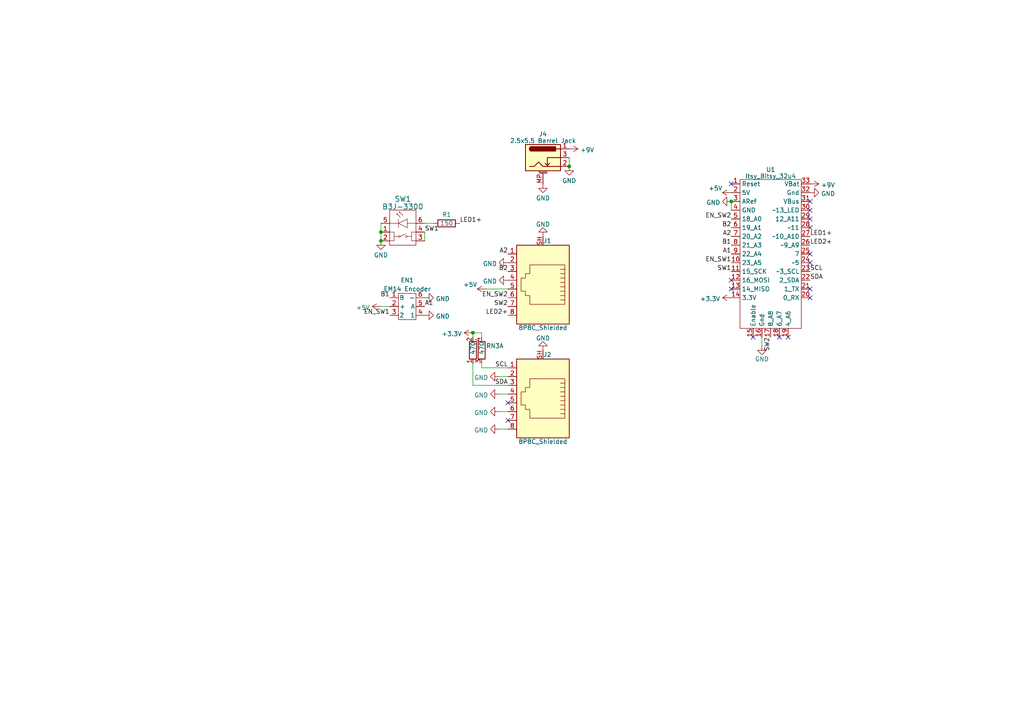
<source format=kicad_sch>
(kicad_sch (version 20230121) (generator eeschema)
  (paper "A4")
  (lib_symbols
    (symbol "Connector:8P8C_Shielded" (pin_names (offset 1.016))
      (property "Reference" "J" (at -5.08 13.97 0))
      (property "Value" "8P8C_Shielded" (at 2.54 13.97 0))
      (symbol "8P8C_Shielded_0_1"
        (polyline (pts (xy -5.08 4.445) (xy -6.35 4.445)))
        (polyline (pts (xy -5.08 5.715) (xy -6.35 5.715)))
        (polyline (pts (xy -6.35 -3.175) (xy -5.08 -3.175) (xy -5.08 -3.175)))
        (polyline (pts (xy -6.35 -1.905) (xy -5.08 -1.905) (xy -5.08 -1.905)))
        (polyline (pts (xy -6.35 -0.635) (xy -5.08 -0.635) (xy -5.08 -0.635)))
        (polyline (pts (xy -6.35 0.635) (xy -5.08 0.635) (xy -5.08 0.635)))
        (polyline (pts (xy -6.35 1.905) (xy -5.08 1.905) (xy -5.08 1.905)))
        (polyline (pts (xy -5.08 3.175) (xy -6.35 3.175) (xy -6.35 3.175)))
        (polyline (pts (xy -6.35 -4.445) (xy -6.35 6.985) (xy 3.81 6.985) (xy 3.81 4.445) (xy 5.08 4.445) (xy 5.08 3.175) (xy 6.35 3.175) (xy 6.35 -0.635) (xy 5.08 -0.635) (xy 5.08 -1.905) (xy 3.81 -1.905) (xy 3.81 -4.445) (xy -6.35 -4.445) (xy -6.35 -4.445)))
        (rectangle (start 7.62 12.7) (end -7.62 -10.16) (stroke (width 0.254)) (fill (type background)))
      )
      (symbol "8P8C_Shielded_1_1"
        (pin passive line (at 10.16 -7.62 180) (length 2.54) (name "~") (number "1"))
        (pin passive line (at 10.16 -5.08 180) (length 2.54) (name "~") (number "2"))
        (pin passive line (at 10.16 -2.54 180) (length 2.54) (name "~") (number "3"))
        (pin passive line (at 10.16 0 180) (length 2.54) (name "~") (number "4"))
        (pin passive line (at 10.16 2.54 180) (length 2.54) (name "~") (number "5"))
        (pin passive line (at 10.16 5.08 180) (length 2.54) (name "~") (number "6"))
        (pin passive line (at 10.16 7.62 180) (length 2.54) (name "~") (number "7"))
        (pin passive line (at 10.16 10.16 180) (length 2.54) (name "~") (number "8"))
        (pin passive line (at 0 -12.7 90) (length 2.54) (name "~") (number "SH"))
      )
    )
    (symbol "Connector:Barrel_Jack_Switch_MountingPin" (pin_names hide)
      (property "Reference" "J" (at 0 5.334 0))
      (property "Value" "Barrel_Jack_Switch_MountingPin" (at 1.27 -6.35 0))
      (symbol "Barrel_Jack_Switch_MountingPin_0_1"
        (rectangle (start -5.08 3.81) (end 5.08 -3.81) (stroke (width 0.254)) (fill (type background)))
        (arc (start -3.302 3.175) (mid -3.9343 2.54) (end -3.302 1.905) (stroke (width 0.254)))
        (arc (start -3.302 3.175) (mid -3.9343 2.54) (end -3.302 1.905) (stroke (width 0.254)) (fill (type outline)))
        (polyline (pts (xy 1.27 -2.286) (xy 1.905 -1.651)) (stroke (width 0.254)))
        (polyline (pts (xy 5.08 2.54) (xy 3.81 2.54)) (stroke (width 0.254)))
        (polyline (pts (xy 5.08 0) (xy 1.27 0) (xy 1.27 -2.286) (xy 0.635 -1.651)) (stroke (width 0.254)))
        (polyline (pts (xy -3.81 -2.54) (xy -2.54 -2.54) (xy -1.27 -1.27) (xy 0 -2.54) (xy 2.54 -2.54) (xy 5.08 -2.54)) (stroke (width 0.254)))
        (rectangle (start 3.683 3.175) (end -3.302 1.905) (stroke (width 0.254)) (fill (type outline)))
      )
      (symbol "Barrel_Jack_Switch_MountingPin_1_1"
        (polyline (pts (xy -1.016 -4.572) (xy 1.016 -4.572)) (stroke (width 0.1524)))
        (text "Mounting" (at 0 -4.191 0) (effects (font (size 0.381 0.381))))
        (pin passive line (at 7.62 2.54 180) (length 2.54) (name "~") (number "1"))
        (pin passive line (at 7.62 -2.54 180) (length 2.54) (name "~") (number "2"))
        (pin passive line (at 7.62 0 180) (length 2.54) (name "~") (number "3"))
        (pin passive line (at 0 -7.62 90) (length 3.048) (name "MountPin") (number "MP"))
      )
    )
    (symbol "Custom:B3J-2200" (pin_names (offset 0.254))
      (property "Reference" "U" (at 20.32 10.16 0))
      (property "Value" "B3J-2200" (at 20.32 7.62 0))
      (symbol "B3J-2200_0_1"
        (polyline (pts (xy 16.51 -2.54) (xy 17.78 -2.54)) (stroke (width 0.127)))
        (polyline (pts (xy 16.51 0) (xy 19.05 0)) (stroke (width 0.127)))
        (polyline (pts (xy 17.78 -5.08) (xy 16.51 -5.08)) (stroke (width 0.127)))
        (polyline (pts (xy 17.78 -3.81) (xy 19.05 -3.81)) (stroke (width 0.127)))
        (polyline (pts (xy 17.78 -2.54) (xy 17.78 -5.08)) (stroke (width 0.127)))
        (polyline (pts (xy 18.542 2.794) (xy 18.542 2.54)) (stroke (width 0.127)))
        (polyline (pts (xy 18.542 2.794) (xy 18.796 2.794)) (stroke (width 0.127)))
        (polyline (pts (xy 19.05 0) (xy 21.59 1.27)) (stroke (width 0.127)))
        (polyline (pts (xy 19.05 1.27) (xy 19.05 -1.27)) (stroke (width 0.127)))
        (polyline (pts (xy 19.304 3.302) (xy 19.304 3.048)) (stroke (width 0.127)))
        (polyline (pts (xy 19.304 3.302) (xy 19.558 3.302)) (stroke (width 0.127)))
        (polyline (pts (xy 19.558 -3.81) (xy 21.082 -3.048)) (stroke (width 0.127)))
        (polyline (pts (xy 19.558 1.778) (xy 18.542 2.794)) (stroke (width 0.127)))
        (polyline (pts (xy 20.32 2.286) (xy 19.304 3.302)) (stroke (width 0.127)))
        (polyline (pts (xy 21.59 -3.81) (xy 22.86 -3.81)) (stroke (width 0.127)))
        (polyline (pts (xy 21.59 -1.27) (xy 19.05 0)) (stroke (width 0.127)))
        (polyline (pts (xy 21.59 0) (xy 24.13 0)) (stroke (width 0.127)))
        (polyline (pts (xy 21.59 1.27) (xy 21.59 -1.27)) (stroke (width 0.127)))
        (polyline (pts (xy 22.86 -5.08) (xy 22.86 -2.54)) (stroke (width 0.127)))
        (polyline (pts (xy 22.86 -5.08) (xy 24.13 -5.08)) (stroke (width 0.127)))
        (polyline (pts (xy 22.86 -2.54) (xy 24.13 -2.54)) (stroke (width 0.127)))
        (circle (center 19.304 -3.81) (radius 0.254) (stroke (width 0.127)))
        (circle (center 21.336 -3.81) (radius 0.254) (stroke (width 0.127)))
      )
      (symbol "B3J-2200_1_1"
        (rectangle (start 16.51 3.81) (end 24.13 -6.35))
        (pin unspecified line (at 13.97 -2.54 0) (length 2.54) (name "") (number "1"))
        (pin unspecified line (at 13.97 -5.08 0) (length 2.54) (name "") (number "2"))
        (pin unspecified line (at 26.67 -5.08 180) (length 2.54) (name "") (number "3"))
        (pin unspecified line (at 26.67 -2.54 180) (length 2.54) (name "") (number "4"))
        (pin unspecified line (at 13.97 0 0) (length 2.54) (name "") (number "5"))
        (pin unspecified line (at 26.67 0 180) (length 2.54) (name "") (number "6"))
      )
    )
    (symbol "Custom:EM14_Encoder" (pin_names (offset 0.254))
      (property "Reference" "SW" (at 0 0 0))
      (symbol "EM14_Encoder_0_1"
        (rectangle (start -2.54 -1.27) (end 2.54 -8.89))
      )
      (symbol "EM14_Encoder_1_1"
        (pin input line (at -5.08 -2.54 0) (length 2.54) (name "B") (number "1"))
        (pin input line (at -5.08 -5.08 0) (length 2.54) (name "+") (number "2"))
        (pin input line (at -5.08 -7.62 0) (length 2.54) (name "2") (number "3"))
        (pin input line (at 5.08 -7.62 180) (length 2.54) (name "1") (number "4"))
        (pin input line (at 5.08 -5.08 180) (length 2.54) (name "A") (number "5"))
        (pin input line (at 5.08 -2.54 180) (length 2.54) (name "-") (number "6"))
      )
    )
    (symbol "Device:R" (pin_numbers hide) (pin_names (offset 0))
      (property "Reference" "R" (at 2.032 0 90))
      (property "Value" "R" (at 0 0 90))
      (symbol "R_0_1"
        (rectangle (start -1.016 -2.54) (end 1.016 2.54) (stroke (width 0.254)))
      )
      (symbol "R_1_1"
        (pin passive line (at 0 3.81 270) (length 1.27) (name "~") (number "1"))
        (pin passive line (at 0 -3.81 90) (length 1.27) (name "~") (number "2"))
      )
    )
    (symbol "Device:R_Pack02_SIP_Split" (pin_names (offset 0) hide)
      (property "Reference" "RN" (at 2.032 0 90))
      (property "Value" "R_Pack02_SIP_Split" (at 0 0 90))
      (symbol "R_Pack02_SIP_Split_0_1"
        (rectangle (start 1.016 2.54) (end -1.016 -2.54) (stroke (width 0.254)))
      )
      (symbol "R_Pack02_SIP_Split_1_1"
        (pin passive line (at 0 -3.81 90) (length 1.27) (name "R1.1") (number "1"))
        (pin passive line (at 0 3.81 270) (length 1.27) (name "R1.2") (number "2"))
      )
      (symbol "R_Pack02_SIP_Split_2_1"
        (pin passive line (at 0 -3.81 90) (length 1.27) (name "R2.1") (number "3"))
        (pin passive line (at 0 3.81 270) (length 1.27) (name "R2.2") (number "4"))
      )
    )
    (symbol "custom:Itsy_Bitsy_32u4"
      (property "Reference" "U" (at 10.16 5.08 0))
      (property "Value" "Itsy_Bitsy_32u4" (at 11.43 2.54 0))
      (symbol "Itsy_Bitsy_32u4_0_0"
        (pin input line (at 0 0 0) (length 2.54) (name "Reset") (number "1"))
        (pin input line (at 0 -22.86 0) (length 2.54) (name "23_A5") (number "10"))
        (pin input line (at 0 -25.4 0) (length 2.54) (name "15_SCK") (number "11"))
        (pin input line (at 0 -27.94 0) (length 2.54) (name "16_MOSI") (number "12"))
        (pin input line (at 0 -30.48 0) (length 2.54) (name "14_MISO") (number "13"))
        (pin input line (at 0 -33.02 0) (length 2.54) (name "3.3V") (number "14"))
        (pin input line (at 6.35 -44.45 90) (length 2.54) (name "Enable") (number "15"))
        (pin power_in line (at 8.89 -44.45 90) (length 2.54) (name "Gnd") (number "16"))
        (pin input line (at 11.43 -44.45 90) (length 2.54) (name "8_A8") (number "17"))
        (pin input line (at 13.97 -44.45 90) (length 2.54) (name "6_A7") (number "18"))
        (pin input line (at 16.51 -44.45 90) (length 2.54) (name "4_A6") (number "19"))
        (pin power_in line (at 0 -2.54 0) (length 2.54) (name "5V") (number "2"))
        (pin input line (at 22.86 -33.02 180) (length 2.54) (name "0_RX") (number "20"))
        (pin input line (at 22.86 -30.48 180) (length 2.54) (name "1_TX") (number "21"))
        (pin input line (at 22.86 -27.94 180) (length 2.54) (name "2_SDA") (number "22"))
        (pin input line (at 22.86 -25.4 180) (length 2.54) (name "~3_SCL") (number "23"))
        (pin input line (at 22.86 -22.86 180) (length 2.54) (name "~5") (number "24"))
        (pin input line (at 22.86 -20.32 180) (length 2.54) (name "7") (number "25"))
        (pin input line (at 22.86 -17.78 180) (length 2.54) (name "~9_A9") (number "26"))
        (pin input line (at 22.86 -15.24 180) (length 2.54) (name "~10_A10") (number "27"))
        (pin input line (at 22.86 -12.7 180) (length 2.54) (name "~11") (number "28"))
        (pin input line (at 22.86 -10.16 180) (length 2.54) (name "12_A11") (number "29"))
        (pin input line (at 0 -5.08 0) (length 2.54) (name "ARef") (number "3"))
        (pin input line (at 22.86 -7.62 180) (length 2.54) (name "~13_LED") (number "30"))
        (pin power_in line (at 22.86 -5.08 180) (length 2.54) (name "VBus") (number "31"))
        (pin power_in line (at 22.86 -2.54 180) (length 2.54) (name "Gnd") (number "32"))
        (pin power_in line (at 22.86 0 180) (length 2.54) (name "VBat") (number "33"))
        (pin power_in line (at 0 -7.62 0) (length 2.54) (name "GND") (number "4"))
        (pin input line (at 0 -10.16 0) (length 2.54) (name "18_A0") (number "5"))
        (pin input line (at 0 -12.7 0) (length 2.54) (name "19_A1") (number "6"))
        (pin input line (at 0 -15.24 0) (length 2.54) (name "20_A2") (number "7"))
        (pin input line (at 0 -17.78 0) (length 2.54) (name "21_A3") (number "8"))
        (pin input line (at 0 -20.32 0) (length 2.54) (name "22_A4") (number "9"))
      )
      (symbol "Itsy_Bitsy_32u4_0_1"
        (rectangle (start 2.54 1.27) (end 20.32 -41.91))
      )
    )
    (symbol "power:+3.3V" (power) (pin_names (offset 0))
      (property "Value" "+3.3V" (at 0 3.556 0))
      (symbol "+3.3V_0_1"
        (polyline (pts (xy -0.762 1.27) (xy 0 2.54)))
        (polyline (pts (xy 0 0) (xy 0 2.54)))
        (polyline (pts (xy 0 2.54) (xy 0.762 1.27)))
      )
      (symbol "+3.3V_1_1"
        (pin power_in line (at 0 0 90) (length 0) hide (name "+3.3V") (number "1"))
      )
    )
    (symbol "power:+5V" (power) (pin_names (offset 0))
      (property "Value" "+5V" (at 0 3.556 0))
      (symbol "+5V_0_1"
        (polyline (pts (xy -0.762 1.27) (xy 0 2.54)))
        (polyline (pts (xy 0 0) (xy 0 2.54)))
        (polyline (pts (xy 0 2.54) (xy 0.762 1.27)))
      )
      (symbol "+5V_1_1"
        (pin power_in line (at 0 0 90) (length 0) hide (name "+5V") (number "1"))
      )
    )
    (symbol "power:+9V" (power) (pin_names (offset 0))
      (property "Value" "+9V" (at 0 3.556 0))
      (symbol "+9V_0_1"
        (polyline (pts (xy -0.762 1.27) (xy 0 2.54)))
        (polyline (pts (xy 0 0) (xy 0 2.54)))
        (polyline (pts (xy 0 2.54) (xy 0.762 1.27)))
      )
      (symbol "+9V_1_1"
        (pin power_in line (at 0 0 90) (length 0) hide (name "+9V") (number "1"))
      )
    )
    (symbol "power:GND" (power) (pin_names (offset 0))
      (property "Value" "GND" (at 0 -3.81 0))
      (symbol "GND_0_1"
        (polyline (pts (xy 0 0) (xy 0 -1.27) (xy 1.27 -1.27) (xy 0 -2.54) (xy -1.27 -1.27) (xy 0 -1.27)))
      )
      (symbol "GND_1_1"
        (pin power_in line (at 0 0 270) (length 0) hide (name "GND") (number "1"))
      )
    )
  )
  (junction (at 110.49 67.31))
  (junction (at 212.09 58.42))
  (junction (at 165.1 48.26))
  (junction (at 110.49 69.85))
  (junction (at 137.16 96.52))
  (no_connect (at 234.95 86.36))
  (no_connect (at 226.06 97.79))
  (no_connect (at 234.95 66.04))
  (no_connect (at 147.32 116.84))
  (no_connect (at 234.95 73.66))
  (no_connect (at 212.09 83.82))
  (no_connect (at 147.32 121.92))
  (no_connect (at 234.95 83.82))
  (no_connect (at 228.6 97.79))
  (no_connect (at 234.95 63.5))
  (no_connect (at 234.95 60.96))
  (no_connect (at 212.09 81.28))
  (no_connect (at 234.95 76.2))
  (no_connect (at 212.09 53.34))
  (no_connect (at 218.44 97.79))
  (no_connect (at 234.95 58.42))
  (wire (pts (xy 137.16 105.41) (xy 137.16 111.76)))
  (wire (pts (xy 212.09 58.42) (xy 212.09 60.96)))
  (wire (pts (xy 137.16 96.52) (xy 139.7 96.52)))
  (wire (pts (xy 140.97 83.82) (xy 147.32 83.82)))
  (wire (pts (xy 123.19 64.77) (xy 125.73 64.77)))
  (wire (pts (xy 110.49 67.31) (xy 110.49 69.85)))
  (wire (pts (xy 137.16 96.52) (xy 137.16 97.79)))
  (wire (pts (xy 123.19 67.31) (xy 123.19 69.85)))
  (wire (pts (xy 144.78 119.38) (xy 147.32 119.38)))
  (wire (pts (xy 144.78 114.3) (xy 147.32 114.3)))
  (wire (pts (xy 144.78 109.22) (xy 147.32 109.22)))
  (wire (pts (xy 220.98 97.79) (xy 220.98 100.33)))
  (wire (pts (xy 139.7 105.41) (xy 139.7 106.68)))
  (wire (pts (xy 144.78 124.46) (xy 147.32 124.46)))
  (wire (pts (xy 110.49 64.77) (xy 110.49 67.31)))
  (wire (pts (xy 147.32 111.76) (xy 137.16 111.76)))
  (wire (pts (xy 110.49 88.9) (xy 113.03 88.9)))
  (wire (pts (xy 139.7 106.68) (xy 147.32 106.68)))
  (wire (pts (xy 139.7 96.52) (xy 139.7 97.79)))
  (wire (pts (xy 165.1 45.72) (xy 165.1 48.26)))
  (label "EN_SW1" (at 113.03 91.44 180))
  (label "SCL" (at 234.95 78.74 0))
  (label "SCL" (at 147.32 106.68 180))
  (label "LED1+" (at 133.35 64.77 0))
  (label "A2" (at 212.09 68.58 180))
  (label "A1" (at 212.09 73.66 180))
  (label "LED1+" (at 234.95 68.58 0))
  (label "B1" (at 113.03 86.36 180))
  (label "LED2+" (at 234.95 71.12 0))
  (label "SW1" (at 123.19 67.31 0))
  (label "SDA" (at 147.32 111.76 180))
  (label "A1" (at 123.19 88.9 0))
  (label "A2" (at 147.32 73.66 180))
  (label "B2" (at 147.32 78.74 180))
  (label "SW2" (at 147.32 88.9 180))
  (label "SW1" (at 212.09 78.74 180))
  (label "B2" (at 212.09 66.04 180))
  (label "B1" (at 212.09 71.12 180))
  (label "SW2" (at 223.52 97.79 270))
  (label "EN_SW2" (at 147.32 86.36 180))
  (label "SDA" (at 234.95 81.28 0))
  (label "LED2+" (at 147.32 91.44 180))
  (label "EN_SW2" (at 212.09 63.5 180))
  (label "EN_SW1" (at 212.09 76.2 180))
  (symbol (lib_id "power:+5V") (at 212.09 55.88 90) (unit 1)
    (property "Reference" "#PWR08" (effects hide))
    (property "Value" "+5V" (at 209.55 54.61 90) (effects (justify left)))
  )
  (symbol (lib_id "power:GND") (at 157.48 68.58 180) (unit 1)
    (property "Reference" "#PWR021" (effects hide))
    (property "Value" "GND" (at 157.48 65.0781 0))
  )
  (symbol (lib_id "Connector:8P8C_Shielded") (at 157.48 81.28 180) (unit 1)
    (property "Reference" "J1" (at 158.75 69.85 0))
    (property "Value" "8P8C_Shielded" (at 157.48 95.0689 0))
    (property "Footprint" "Custom footprints:ASSMANN_A-2004-2-4-LPS-N-R" (effects hide))
    (property "Datasheet" "https://www.assmann-wsw.com/uploads/datasheets/ASS_7323_CO.PDF" (effects hide))
    (property "Manufacturer" "Assmann WSW Components" (effects hide))
    (property "Part" "A-2004-2-4-LPS-N-R" (effects hide))
  )
  (symbol (lib_id "power:GND") (at 144.78 119.38 270) (unit 1)
    (property "Reference" "#PWR014" (effects hide))
    (property "Value" "GND" (at 141.6051 119.6968 90) (effects (justify right)))
  )
  (symbol (lib_id "power:+3.3V") (at 137.16 96.52 90) (unit 1)
    (property "Reference" "#PWR017" (effects hide))
    (property "Value" "+3.3V" (at 133.985 96.8368 90) (effects (justify left)))
  )
  (symbol (lib_id "power:GND") (at 110.49 69.85 0) (unit 1)
    (property "Reference" "#PWR07" (effects hide))
    (property "Value" "GND" (at 110.49 73.9855 0))
  )
  (symbol (lib_id "Connector:Barrel_Jack_Switch_MountingPin") (at 157.48 45.72 0) (unit 1)
    (property "Reference" "J4" (at 157.48 38.9001 0))
    (property "Value" "2.5x5.5 Barrel Jack" (at 157.48 40.8211 0))
    (property "Footprint" "Custom footprints:TENSILITY_54-00128-DC Jack" (effects hide))
    (property "Datasheet" "http://tensility.com/pdffiles/54-00128.pdf" (effects hide))
    (property "Manufacturer" "Tensility International Corp" (effects hide))
    (property "Part" "54-00128" (effects hide))
  )
  (symbol (lib_id "power:+5V") (at 110.49 88.9 90) (unit 1)
    (property "Reference" "#PWR01" (effects hide))
    (property "Value" "+5V" (at 107.3151 89.2168 90) (effects (justify left)))
  )
  (symbol (lib_id "Device:R") (at 129.54 64.77 90) (unit 1)
    (property "Reference" "R1" (at 129.54 62.23 90))
    (property "Value" "150" (at 129.54 64.77 90))
    (property "Footprint" "Resistor_THT:R_Axial_DIN0207_L6.3mm_D2.5mm_P7.62mm_Horizontal" (effects hide))
    (property "Datasheet" "https://www.te.com/usa-en/product-1622321-1.datasheet.pdf" (effects hide))
    (property "Manufacturer" "TE Connectivity Passive Product" (effects hide))
    (property "Part" "LR1F150R" (effects hide))
  )
  (symbol (lib_id "power:GND") (at 147.32 76.2 270) (unit 1)
    (property "Reference" "#PWR06" (effects hide))
    (property "Value" "GND" (at 144.1451 76.5168 90) (effects (justify right)))
  )
  (symbol (lib_id "power:+9V") (at 165.1 43.18 270) (unit 1)
    (property "Reference" "#PWR018" (effects hide))
    (property "Value" "+9V" (at 168.275 43.4968 90) (effects (justify left)))
  )
  (symbol (lib_id "power:GND") (at 165.1 48.26 0) (unit 1)
    (property "Reference" "#PWR020" (effects hide))
    (property "Value" "GND" (at 165.1 52.3955 0))
  )
  (symbol (lib_id "power:GND") (at 212.09 58.42 270) (unit 1)
    (property "Reference" "#PWR09" (effects hide))
    (property "Value" "GND" (at 208.9151 58.7368 90) (effects (justify right)))
  )
  (symbol (lib_id "power:+5V") (at 140.97 83.82 90) (unit 1)
    (property "Reference" "#PWR03" (effects hide))
    (property "Value" "+5V" (at 138.43 82.55 90) (effects (justify left)))
  )
  (symbol (lib_id "custom:Itsy_Bitsy_32u4") (at 212.09 53.34 0) (unit 1)
    (property "Reference" "U1" (at 223.52 49.1871 0))
    (property "Value" "Itsy_Bitsy_32u4" (at 223.52 51.1081 0))
    (property "Footprint" "Custom footprints:Itsy Bitsy 32u4" (effects hide))
    (property "Datasheet" "https://cdn-learn.adafruit.com/downloads/pdf/introducting-itsy-bitsy-32u4.pdf" (effects hide))
    (property "Manufacturer" "Adafruit, Samtec, Sullins" (effects hide))
    (property "Part" "1x Itsy Bitsy - 3677, 1x SSW-105-01-T-S, 2x SSW-114-01-T-S, 1x PRPC040SAAN-RC" (effects hide))
  )
  (symbol (lib_id "Device:R_Pack02_SIP_Split") (at 137.16 101.6 0) (unit 1)
    (property "Reference" "RN3" (at 140.97 100.33 0) (effects (justify left)))
    (property "Value" "470" (at 137.16 102.87 90) (effects (justify left)))
    (property "Footprint" "Resistor_THT:R_Array_SIP4" (effects hide))
    (property "Datasheet" "https://www.bourns.com/docs/Product-Datasheets/4600x.pdf" (effects hide))
    (property "Manufacturer" "Bourns Inc." (effects hide))
    (property "Part" "4604X-102-471LF" (effects hide))
  )
  (symbol (lib_id "Custom:EM14_Encoder") (at 118.11 83.82 0) (unit 1)
    (property "Reference" "EN1" (at 118.11 81.28 0))
    (property "Value" "EM14 Encoder" (at 118.11 83.82 0))
    (property "Footprint" "Custom footprints:EM14R0B-M25-L064S" (effects hide))
    (property "Datasheet" "https://www.bourns.com/docs/Product-Datasheets/em14.pdf" (effects hide))
    (property "Manufacturer" "Bourns Inc." (effects hide))
    (property "Part" "EM14R0B-M25-L064S" (effects hide))
  )
  (symbol (lib_id "power:GND") (at 157.48 53.34 0) (unit 1)
    (property "Reference" "#PWR019" (effects hide))
    (property "Value" "GND" (at 157.48 57.4755 0))
  )
  (symbol (lib_id "power:GND") (at 123.19 91.44 90) (unit 1)
    (property "Reference" "#PWR04" (effects hide))
    (property "Value" "GND" (at 126.365 91.7568 90) (effects (justify right)))
  )
  (symbol (lib_id "power:GND") (at 144.78 124.46 270) (unit 1)
    (property "Reference" "#PWR015" (effects hide))
    (property "Value" "GND" (at 141.6051 124.7768 90) (effects (justify right)))
  )
  (symbol (lib_id "power:GND") (at 144.78 109.22 270) (unit 1)
    (property "Reference" "#PWR012" (effects hide))
    (property "Value" "GND" (at 141.6051 109.5368 90) (effects (justify right)))
  )
  (symbol (lib_id "power:GND") (at 234.95 55.88 90) (unit 1)
    (property "Reference" "#PWR011" (effects hide))
    (property "Value" "GND" (at 238.125 56.1968 90) (effects (justify right)))
  )
  (symbol (lib_id "Connector:8P8C_Shielded") (at 157.48 114.3 180) (unit 1)
    (property "Reference" "J2" (at 158.75 102.87 0))
    (property "Value" "8P8C_Shielded" (at 157.48 128.0889 0))
    (property "Footprint" "Custom footprints:ASSMANN_A-2004-2-4-LPS-N-R" (effects hide))
    (property "Datasheet" "https://www.assmann-wsw.com/uploads/datasheets/ASS_7323_CO.PDF" (effects hide))
    (property "Manufacturer" "Assmann WSW Components" (effects hide))
    (property "Part" "A-2004-2-4-LPS-N-R" (effects hide))
  )
  (symbol (lib_id "Custom:B3J-2200") (at 96.52 64.77 0) (unit 1)
    (property "Reference" "SW1" (at 116.84 57.7039 0) (effects (font (size 1.524 1.524))))
    (property "Value" "B3J-3300" (at 116.84 59.9581 0) (effects (font (size 1.524 1.524))))
    (property "Footprint" "Custom footprints:B3J-3300" (effects hide))
    (property "Datasheet" "https://omronfs.omron.com/en_US/ecb/products/pdf/en-b3j.pdf" (effects hide))
    (property "Manufacturer" "Omron Electronics Inc-EMC Div" (effects hide))
    (property "Part" "B3J-3300" (effects hide))
  )
  (symbol (lib_id "power:GND") (at 144.78 114.3 270) (unit 1)
    (property "Reference" "#PWR013" (effects hide))
    (property "Value" "GND" (at 141.6051 114.6168 90) (effects (justify right)))
  )
  (symbol (lib_id "power:GND") (at 147.32 81.28 270) (unit 1)
    (property "Reference" "#PWR05" (effects hide))
    (property "Value" "GND" (at 144.1451 81.5968 90) (effects (justify right)))
  )
  (symbol (lib_id "power:GND") (at 220.98 100.33 0) (unit 1)
    (property "Reference" "#PWR010" (effects hide))
    (property "Value" "GND" (at 220.98 104.14 0))
  )
  (symbol (lib_id "power:+9V") (at 234.95 53.34 270) (unit 1)
    (property "Reference" "#PWR023" (effects hide))
    (property "Value" "+9V" (at 238.125 53.6568 90) (effects (justify left)))
  )
  (symbol (lib_id "Device:R_Pack02_SIP_Split") (at 139.7 101.6 0) (unit 2)
    (property "Reference" "RN3" (effects hide))
    (property "Value" "470" (at 139.7 102.87 90) (effects (justify left)))
    (property "Footprint" "Resistor_THT:R_Array_SIP4" (effects hide))
    (property "Datasheet" "https://www.bourns.com/docs/Product-Datasheets/4600x.pdf" (effects hide))
    (property "Manufacturer" "Bourns Inc." (effects hide))
    (property "Part" "4604X-102-471LF" (effects hide))
  )
  (symbol (lib_id "power:+3.3V") (at 212.09 86.36 90) (unit 1)
    (property "Reference" "#PWR016" (effects hide))
    (property "Value" "+3.3V" (at 208.915 86.6768 90) (effects (justify left)))
  )
  (symbol (lib_id "power:GND") (at 123.19 86.36 90) (unit 1)
    (property "Reference" "#PWR02" (effects hide))
    (property "Value" "GND" (at 126.365 86.6768 90) (effects (justify right)))
  )
  (symbol (lib_id "power:GND") (at 157.48 101.6 180) (unit 1)
    (property "Reference" "#PWR022" (effects hide))
    (property "Value" "GND" (at 157.48 98.0981 0))
  )
)
</source>
